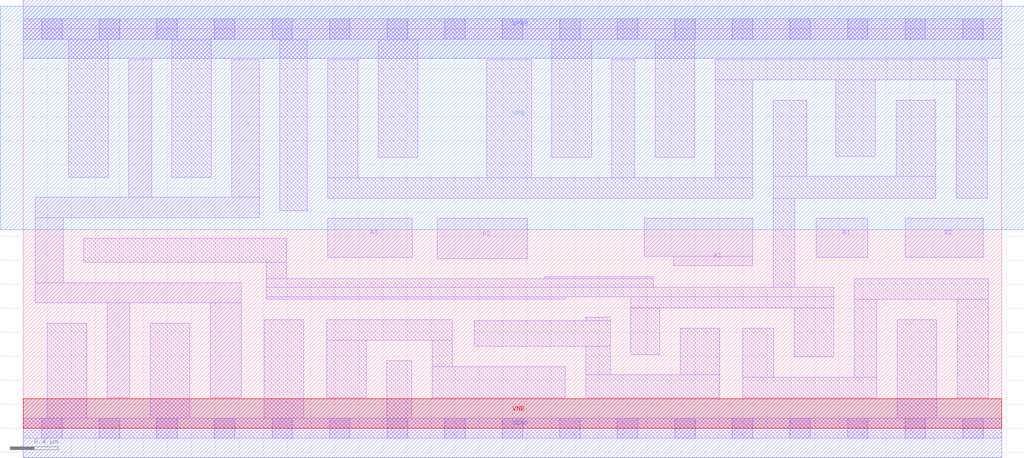
<source format=lef>
# Copyright 2020 The SkyWater PDK Authors
#
# Licensed under the Apache License, Version 2.0 (the "License");
# you may not use this file except in compliance with the License.
# You may obtain a copy of the License at
#
#     https://www.apache.org/licenses/LICENSE-2.0
#
# Unless required by applicable law or agreed to in writing, software
# distributed under the License is distributed on an "AS IS" BASIS,
# WITHOUT WARRANTIES OR CONDITIONS OF ANY KIND, either express or implied.
# See the License for the specific language governing permissions and
# limitations under the License.
#
# SPDX-License-Identifier: Apache-2.0

VERSION 5.7 ;
  NOWIREEXTENSIONATPIN ON ;
  DIVIDERCHAR "/" ;
  BUSBITCHARS "[]" ;
MACRO sky130_fd_sc_lp__a32o_4
  CLASS CORE ;
  FOREIGN sky130_fd_sc_lp__a32o_4 ;
  ORIGIN  0.000000  0.000000 ;
  SIZE  8.160000 BY  3.330000 ;
  SYMMETRY X Y R90 ;
  SITE unit ;
  PIN A1
    ANTENNAGATEAREA  0.630000 ;
    DIRECTION INPUT ;
    USE SIGNAL ;
    PORT
      LAYER li1 ;
        RECT 5.180000 1.435000 6.085000 1.750000 ;
        RECT 5.425000 1.355000 6.085000 1.435000 ;
    END
  END A1
  PIN A2
    ANTENNAGATEAREA  0.630000 ;
    DIRECTION INPUT ;
    USE SIGNAL ;
    PORT
      LAYER li1 ;
        RECT 3.455000 1.415000 4.205000 1.750000 ;
    END
  END A2
  PIN A3
    ANTENNAGATEAREA  0.630000 ;
    DIRECTION INPUT ;
    USE SIGNAL ;
    PORT
      LAYER li1 ;
        RECT 2.540000 1.425000 3.245000 1.750000 ;
    END
  END A3
  PIN B1
    ANTENNAGATEAREA  0.630000 ;
    DIRECTION INPUT ;
    USE SIGNAL ;
    PORT
      LAYER li1 ;
        RECT 6.615000 1.425000 7.045000 1.750000 ;
    END
  END B1
  PIN B2
    ANTENNAGATEAREA  0.630000 ;
    DIRECTION INPUT ;
    USE SIGNAL ;
    PORT
      LAYER li1 ;
        RECT 7.355000 1.425000 8.005000 1.750000 ;
    END
  END B2
  PIN X
    ANTENNADIFFAREA  1.176000 ;
    DIRECTION OUTPUT ;
    USE SIGNAL ;
    PORT
      LAYER li1 ;
        RECT 0.100000 1.045000 1.820000 1.215000 ;
        RECT 0.100000 1.215000 0.335000 1.755000 ;
        RECT 0.100000 1.755000 1.970000 1.925000 ;
        RECT 0.700000 0.255000 0.890000 1.045000 ;
        RECT 0.880000 1.925000 1.070000 3.075000 ;
        RECT 1.560000 0.255000 1.820000 1.045000 ;
        RECT 1.740000 1.925000 1.970000 3.075000 ;
    END
  END X
  PIN VGND
    DIRECTION INOUT ;
    USE GROUND ;
    PORT
      LAYER met1 ;
        RECT 0.000000 -0.245000 8.160000 0.245000 ;
    END
  END VGND
  PIN VNB
    DIRECTION INOUT ;
    USE GROUND ;
    PORT
      LAYER pwell ;
        RECT 0.000000 0.000000 8.160000 0.245000 ;
    END
  END VNB
  PIN VPB
    DIRECTION INOUT ;
    USE POWER ;
    PORT
      LAYER nwell ;
        RECT -0.190000 1.655000 8.350000 3.520000 ;
    END
  END VPB
  PIN VPWR
    DIRECTION INOUT ;
    USE POWER ;
    PORT
      LAYER met1 ;
        RECT 0.000000 3.085000 8.160000 3.575000 ;
    END
  END VPWR
  OBS
    LAYER li1 ;
      RECT 0.000000 -0.085000 8.160000 0.085000 ;
      RECT 0.000000  3.245000 8.160000 3.415000 ;
      RECT 0.200000  0.085000 0.530000 0.875000 ;
      RECT 0.380000  2.095000 0.710000 3.245000 ;
      RECT 0.505000  1.385000 2.195000 1.585000 ;
      RECT 1.060000  0.085000 1.390000 0.875000 ;
      RECT 1.240000  2.095000 1.570000 3.245000 ;
      RECT 2.010000  0.085000 2.340000 0.905000 ;
      RECT 2.025000  1.075000 4.520000 1.095000 ;
      RECT 2.025000  1.095000 6.760000 1.175000 ;
      RECT 2.025000  1.175000 5.255000 1.245000 ;
      RECT 2.025000  1.245000 2.195000 1.385000 ;
      RECT 2.140000  1.815000 2.370000 3.245000 ;
      RECT 2.530000  0.255000 2.860000 0.735000 ;
      RECT 2.530000  0.735000 3.580000 0.905000 ;
      RECT 2.540000  1.920000 6.085000 2.090000 ;
      RECT 2.540000  2.090000 2.790000 3.075000 ;
      RECT 2.960000  2.260000 3.290000 3.245000 ;
      RECT 3.030000  0.085000 3.240000 0.565000 ;
      RECT 3.410000  0.255000 4.520000 0.515000 ;
      RECT 3.410000  0.515000 3.580000 0.735000 ;
      RECT 3.760000  0.685000 4.895000 0.895000 ;
      RECT 3.865000  2.090000 4.240000 3.075000 ;
      RECT 4.350000  1.245000 5.255000 1.265000 ;
      RECT 4.410000  2.260000 4.740000 3.245000 ;
      RECT 4.690000  0.255000 5.810000 0.445000 ;
      RECT 4.690000  0.445000 4.895000 0.685000 ;
      RECT 4.690000  0.895000 4.895000 0.925000 ;
      RECT 4.910000  2.090000 5.100000 3.075000 ;
      RECT 5.065000  0.615000 5.310000 1.005000 ;
      RECT 5.065000  1.005000 6.760000 1.095000 ;
      RECT 5.270000  2.260000 5.600000 3.245000 ;
      RECT 5.480000  0.445000 5.810000 0.835000 ;
      RECT 5.770000  2.090000 6.085000 2.905000 ;
      RECT 5.770000  2.905000 8.040000 3.075000 ;
      RECT 6.000000  0.255000 7.120000 0.425000 ;
      RECT 6.000000  0.425000 6.260000 0.835000 ;
      RECT 6.255000  1.175000 6.435000 1.920000 ;
      RECT 6.255000  1.920000 7.610000 2.100000 ;
      RECT 6.255000  2.100000 6.535000 2.735000 ;
      RECT 6.430000  0.595000 6.760000 1.005000 ;
      RECT 6.775000  2.270000 7.105000 2.905000 ;
      RECT 6.930000  0.425000 7.120000 1.075000 ;
      RECT 6.930000  1.075000 8.050000 1.245000 ;
      RECT 7.280000  2.100000 7.610000 2.735000 ;
      RECT 7.290000  0.085000 7.620000 0.905000 ;
      RECT 7.780000  1.920000 8.040000 2.905000 ;
      RECT 7.790000  0.255000 8.050000 1.075000 ;
    LAYER mcon ;
      RECT 0.155000 -0.085000 0.325000 0.085000 ;
      RECT 0.155000  3.245000 0.325000 3.415000 ;
      RECT 0.635000 -0.085000 0.805000 0.085000 ;
      RECT 0.635000  3.245000 0.805000 3.415000 ;
      RECT 1.115000 -0.085000 1.285000 0.085000 ;
      RECT 1.115000  3.245000 1.285000 3.415000 ;
      RECT 1.595000 -0.085000 1.765000 0.085000 ;
      RECT 1.595000  3.245000 1.765000 3.415000 ;
      RECT 2.075000 -0.085000 2.245000 0.085000 ;
      RECT 2.075000  3.245000 2.245000 3.415000 ;
      RECT 2.555000 -0.085000 2.725000 0.085000 ;
      RECT 2.555000  3.245000 2.725000 3.415000 ;
      RECT 3.035000 -0.085000 3.205000 0.085000 ;
      RECT 3.035000  3.245000 3.205000 3.415000 ;
      RECT 3.515000 -0.085000 3.685000 0.085000 ;
      RECT 3.515000  3.245000 3.685000 3.415000 ;
      RECT 3.995000 -0.085000 4.165000 0.085000 ;
      RECT 3.995000  3.245000 4.165000 3.415000 ;
      RECT 4.475000 -0.085000 4.645000 0.085000 ;
      RECT 4.475000  3.245000 4.645000 3.415000 ;
      RECT 4.955000 -0.085000 5.125000 0.085000 ;
      RECT 4.955000  3.245000 5.125000 3.415000 ;
      RECT 5.435000 -0.085000 5.605000 0.085000 ;
      RECT 5.435000  3.245000 5.605000 3.415000 ;
      RECT 5.915000 -0.085000 6.085000 0.085000 ;
      RECT 5.915000  3.245000 6.085000 3.415000 ;
      RECT 6.395000 -0.085000 6.565000 0.085000 ;
      RECT 6.395000  3.245000 6.565000 3.415000 ;
      RECT 6.875000 -0.085000 7.045000 0.085000 ;
      RECT 6.875000  3.245000 7.045000 3.415000 ;
      RECT 7.355000 -0.085000 7.525000 0.085000 ;
      RECT 7.355000  3.245000 7.525000 3.415000 ;
      RECT 7.835000 -0.085000 8.005000 0.085000 ;
      RECT 7.835000  3.245000 8.005000 3.415000 ;
  END
END sky130_fd_sc_lp__a32o_4
END LIBRARY

</source>
